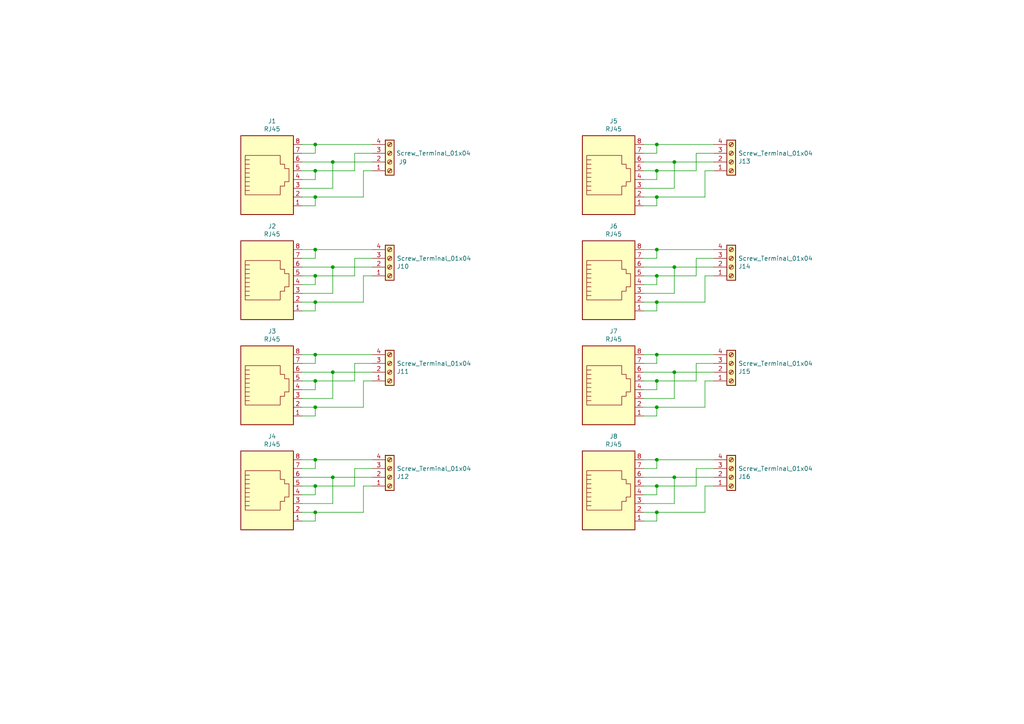
<source format=kicad_sch>
(kicad_sch (version 20231120) (generator "eeschema") (generator_version "8.0")
  (paper "A4")
  (lib_symbols
    (symbol "Connector:RJ45" (pin_names (offset 1.016))
      (property "Reference" "J" (at -5.08 13.97 0))
      (property "Value" "RJ45" (at 2.54 13.97 0))
      (symbol "RJ45_0_1"
        (polyline (pts (xy -5.08 4.445) (xy -6.35 4.445)))
        (polyline (pts (xy -5.08 5.715) (xy -6.35 5.715)))
        (polyline (pts (xy -6.35 -3.175) (xy -5.08 -3.175) (xy -5.08 -3.175)))
        (polyline (pts (xy -6.35 -1.905) (xy -5.08 -1.905) (xy -5.08 -1.905)))
        (polyline (pts (xy -6.35 -0.635) (xy -5.08 -0.635) (xy -5.08 -0.635)))
        (polyline (pts (xy -6.35 0.635) (xy -5.08 0.635) (xy -5.08 0.635)))
        (polyline (pts (xy -6.35 1.905) (xy -5.08 1.905) (xy -5.08 1.905)))
        (polyline (pts (xy -5.08 3.175) (xy -6.35 3.175) (xy -6.35 3.175)))
        (polyline (pts (xy -6.35 -4.445) (xy -6.35 6.985) (xy 3.81 6.985) (xy 3.81 4.445) (xy 5.08 4.445) (xy 5.08 3.175) (xy 6.35 3.175) (xy 6.35 -0.635) (xy 5.08 -0.635) (xy 5.08 -1.905) (xy 3.81 -1.905) (xy 3.81 -4.445) (xy -6.35 -4.445) (xy -6.35 -4.445)))
        (rectangle (start 7.62 12.7) (end -7.62 -10.16) (stroke (width 0.254)) (fill (type background)))
      )
      (symbol "RJ45_1_1"
        (pin passive line (at 10.16 -7.62 180) (length 2.54) (name "~") (number "1"))
        (pin passive line (at 10.16 -5.08 180) (length 2.54) (name "~") (number "2"))
        (pin passive line (at 10.16 -2.54 180) (length 2.54) (name "~") (number "3"))
        (pin passive line (at 10.16 0 180) (length 2.54) (name "~") (number "4"))
        (pin passive line (at 10.16 2.54 180) (length 2.54) (name "~") (number "5"))
        (pin passive line (at 10.16 5.08 180) (length 2.54) (name "~") (number "6"))
        (pin passive line (at 10.16 7.62 180) (length 2.54) (name "~") (number "7"))
        (pin passive line (at 10.16 10.16 180) (length 2.54) (name "~") (number "8"))
      )
    )
    (symbol "Connector:Screw_Terminal_01x04" (pin_names (offset 1.016) hide)
      (property "Reference" "J" (at 0 5.08 0))
      (property "Value" "Screw_Terminal_01x04" (at 0 -7.62 0))
      (symbol "Screw_Terminal_01x04_1_1"
        (rectangle (start -1.27 3.81) (end 1.27 -6.35) (stroke (width 0.254)) (fill (type background)))
        (circle (center 0 -5.08) (radius 0.635) (stroke (width 0.1524)))
        (circle (center 0 -2.54) (radius 0.635) (stroke (width 0.1524)))
        (polyline (pts (xy -0.5334 -4.7498) (xy 0.3302 -5.588)) (stroke (width 0.1524)))
        (polyline (pts (xy -0.5334 -2.2098) (xy 0.3302 -3.048)) (stroke (width 0.1524)))
        (polyline (pts (xy -0.5334 0.3302) (xy 0.3302 -0.508)) (stroke (width 0.1524)))
        (polyline (pts (xy -0.5334 2.8702) (xy 0.3302 2.032)) (stroke (width 0.1524)))
        (polyline (pts (xy -0.3556 -4.572) (xy 0.508 -5.4102)) (stroke (width 0.1524)))
        (polyline (pts (xy -0.3556 -2.032) (xy 0.508 -2.8702)) (stroke (width 0.1524)))
        (polyline (pts (xy -0.3556 0.508) (xy 0.508 -0.3302)) (stroke (width 0.1524)))
        (polyline (pts (xy -0.3556 3.048) (xy 0.508 2.2098)) (stroke (width 0.1524)))
        (circle (center 0 0) (radius 0.635) (stroke (width 0.1524)))
        (circle (center 0 2.54) (radius 0.635) (stroke (width 0.1524)))
        (pin passive line (at -5.08 2.54 0) (length 3.81) (name "Pin_1") (number "1"))
        (pin passive line (at -5.08 0 0) (length 3.81) (name "Pin_2") (number "2"))
        (pin passive line (at -5.08 -2.54 0) (length 3.81) (name "Pin_3") (number "3"))
        (pin passive line (at -5.08 -5.08 0) (length 3.81) (name "Pin_4") (number "4"))
      )
    )
  )
  (junction (at 190.5 133.35))
  (junction (at 190.5 57.15))
  (junction (at 91.44 87.63))
  (junction (at 195.58 107.95))
  (junction (at 190.5 140.97))
  (junction (at 91.44 49.53))
  (junction (at 91.44 148.59))
  (junction (at 96.52 77.47))
  (junction (at 96.52 46.99))
  (junction (at 190.5 80.01))
  (junction (at 91.44 57.15))
  (junction (at 91.44 41.91))
  (junction (at 195.58 46.99))
  (junction (at 195.58 77.47))
  (junction (at 91.44 118.11))
  (junction (at 91.44 72.39))
  (junction (at 190.5 110.49))
  (junction (at 190.5 118.11))
  (junction (at 91.44 102.87))
  (junction (at 91.44 133.35))
  (junction (at 91.44 80.01))
  (junction (at 190.5 72.39))
  (junction (at 190.5 49.53))
  (junction (at 91.44 110.49))
  (junction (at 190.5 102.87))
  (junction (at 190.5 87.63))
  (junction (at 91.44 140.97))
  (junction (at 195.58 138.43))
  (junction (at 190.5 148.59))
  (junction (at 96.52 138.43))
  (junction (at 96.52 107.95))
  (junction (at 190.5 41.91))
  (wire (pts (xy 87.63 52.07) (xy 91.44 52.07)))
  (wire (pts (xy 190.5 113.03) (xy 190.5 110.49)))
  (wire (pts (xy 201.93 44.45) (xy 207.01 44.45)))
  (wire (pts (xy 201.93 74.93) (xy 207.01 74.93)))
  (wire (pts (xy 91.44 57.15) (xy 105.41 57.15)))
  (wire (pts (xy 87.63 140.97) (xy 91.44 140.97)))
  (wire (pts (xy 87.63 135.89) (xy 91.44 135.89)))
  (wire (pts (xy 186.69 41.91) (xy 190.5 41.91)))
  (wire (pts (xy 91.44 74.93) (xy 91.44 72.39)))
  (wire (pts (xy 105.41 80.01) (xy 107.95 80.01)))
  (wire (pts (xy 186.69 135.89) (xy 190.5 135.89)))
  (wire (pts (xy 87.63 85.09) (xy 96.52 85.09)))
  (wire (pts (xy 87.63 74.93) (xy 91.44 74.93)))
  (wire (pts (xy 96.52 54.61) (xy 96.52 46.99)))
  (wire (pts (xy 186.69 102.87) (xy 190.5 102.87)))
  (wire (pts (xy 87.63 54.61) (xy 96.52 54.61)))
  (wire (pts (xy 87.63 82.55) (xy 91.44 82.55)))
  (wire (pts (xy 102.87 140.97) (xy 102.87 135.89)))
  (wire (pts (xy 87.63 105.41) (xy 91.44 105.41)))
  (wire (pts (xy 190.5 143.51) (xy 190.5 140.97)))
  (wire (pts (xy 186.69 110.49) (xy 190.5 110.49)))
  (wire (pts (xy 105.41 110.49) (xy 107.95 110.49)))
  (wire (pts (xy 186.69 77.47) (xy 195.58 77.47)))
  (wire (pts (xy 91.44 110.49) (xy 102.87 110.49)))
  (wire (pts (xy 96.52 85.09) (xy 96.52 77.47)))
  (wire (pts (xy 186.69 133.35) (xy 190.5 133.35)))
  (wire (pts (xy 91.44 57.15) (xy 87.63 57.15)))
  (wire (pts (xy 201.93 80.01) (xy 201.93 74.93)))
  (wire (pts (xy 87.63 115.57) (xy 96.52 115.57)))
  (wire (pts (xy 87.63 80.01) (xy 91.44 80.01)))
  (wire (pts (xy 105.41 57.15) (xy 105.41 49.53)))
  (wire (pts (xy 186.69 82.55) (xy 190.5 82.55)))
  (wire (pts (xy 87.63 146.05) (xy 96.52 146.05)))
  (wire (pts (xy 190.5 135.89) (xy 190.5 133.35)))
  (wire (pts (xy 190.5 151.13) (xy 190.5 148.59)))
  (wire (pts (xy 96.52 46.99) (xy 87.63 46.99)))
  (wire (pts (xy 186.69 57.15) (xy 190.5 57.15)))
  (wire (pts (xy 201.93 105.41) (xy 207.01 105.41)))
  (wire (pts (xy 102.87 110.49) (xy 102.87 105.41)))
  (wire (pts (xy 204.47 140.97) (xy 207.01 140.97)))
  (wire (pts (xy 186.69 87.63) (xy 190.5 87.63)))
  (wire (pts (xy 195.58 77.47) (xy 207.01 77.47)))
  (wire (pts (xy 186.69 52.07) (xy 190.5 52.07)))
  (wire (pts (xy 96.52 146.05) (xy 96.52 138.43)))
  (wire (pts (xy 91.44 49.53) (xy 102.87 49.53)))
  (wire (pts (xy 91.44 118.11) (xy 105.41 118.11)))
  (wire (pts (xy 105.41 148.59) (xy 105.41 140.97)))
  (wire (pts (xy 204.47 49.53) (xy 207.01 49.53)))
  (wire (pts (xy 87.63 77.47) (xy 96.52 77.47)))
  (wire (pts (xy 201.93 140.97) (xy 201.93 135.89)))
  (wire (pts (xy 87.63 44.45) (xy 91.44 44.45)))
  (wire (pts (xy 102.87 49.53) (xy 102.87 44.45)))
  (wire (pts (xy 195.58 54.61) (xy 195.58 46.99)))
  (wire (pts (xy 91.44 151.13) (xy 91.44 148.59)))
  (wire (pts (xy 195.58 138.43) (xy 207.01 138.43)))
  (wire (pts (xy 91.44 148.59) (xy 105.41 148.59)))
  (wire (pts (xy 186.69 49.53) (xy 190.5 49.53)))
  (wire (pts (xy 87.63 107.95) (xy 96.52 107.95)))
  (wire (pts (xy 190.5 80.01) (xy 201.93 80.01)))
  (wire (pts (xy 87.63 151.13) (xy 91.44 151.13)))
  (wire (pts (xy 186.69 113.03) (xy 190.5 113.03)))
  (wire (pts (xy 91.44 135.89) (xy 91.44 133.35)))
  (wire (pts (xy 87.63 113.03) (xy 91.44 113.03)))
  (wire (pts (xy 190.5 105.41) (xy 190.5 102.87)))
  (wire (pts (xy 195.58 46.99) (xy 207.01 46.99)))
  (wire (pts (xy 96.52 115.57) (xy 96.52 107.95)))
  (wire (pts (xy 204.47 57.15) (xy 204.47 49.53)))
  (wire (pts (xy 91.44 52.07) (xy 91.44 49.53)))
  (wire (pts (xy 186.69 115.57) (xy 195.58 115.57)))
  (wire (pts (xy 186.69 138.43) (xy 195.58 138.43)))
  (wire (pts (xy 87.63 90.17) (xy 91.44 90.17)))
  (wire (pts (xy 186.69 146.05) (xy 195.58 146.05)))
  (wire (pts (xy 91.44 41.91) (xy 87.63 41.91)))
  (wire (pts (xy 87.63 72.39) (xy 91.44 72.39)))
  (wire (pts (xy 105.41 49.53) (xy 107.95 49.53)))
  (wire (pts (xy 186.69 140.97) (xy 190.5 140.97)))
  (wire (pts (xy 204.47 80.01) (xy 207.01 80.01)))
  (wire (pts (xy 186.69 148.59) (xy 190.5 148.59)))
  (wire (pts (xy 190.5 72.39) (xy 207.01 72.39)))
  (wire (pts (xy 186.69 85.09) (xy 195.58 85.09)))
  (wire (pts (xy 190.5 133.35) (xy 207.01 133.35)))
  (wire (pts (xy 186.69 120.65) (xy 190.5 120.65)))
  (wire (pts (xy 190.5 49.53) (xy 201.93 49.53)))
  (wire (pts (xy 96.52 138.43) (xy 107.95 138.43)))
  (wire (pts (xy 190.5 74.93) (xy 190.5 72.39)))
  (wire (pts (xy 190.5 57.15) (xy 204.47 57.15)))
  (wire (pts (xy 91.44 90.17) (xy 91.44 87.63)))
  (wire (pts (xy 91.44 87.63) (xy 105.41 87.63)))
  (wire (pts (xy 190.5 44.45) (xy 190.5 41.91)))
  (wire (pts (xy 190.5 110.49) (xy 201.93 110.49)))
  (wire (pts (xy 91.44 102.87) (xy 107.95 102.87)))
  (wire (pts (xy 87.63 143.51) (xy 91.44 143.51)))
  (wire (pts (xy 87.63 59.69) (xy 91.44 59.69)))
  (wire (pts (xy 186.69 80.01) (xy 190.5 80.01)))
  (wire (pts (xy 87.63 133.35) (xy 91.44 133.35)))
  (wire (pts (xy 87.63 148.59) (xy 91.44 148.59)))
  (wire (pts (xy 190.5 59.69) (xy 190.5 57.15)))
  (wire (pts (xy 91.44 72.39) (xy 107.95 72.39)))
  (wire (pts (xy 91.44 140.97) (xy 102.87 140.97)))
  (wire (pts (xy 102.87 80.01) (xy 102.87 74.93)))
  (wire (pts (xy 91.44 49.53) (xy 87.63 49.53)))
  (wire (pts (xy 186.69 118.11) (xy 190.5 118.11)))
  (wire (pts (xy 190.5 148.59) (xy 204.47 148.59)))
  (wire (pts (xy 190.5 41.91) (xy 207.01 41.91)))
  (wire (pts (xy 195.58 115.57) (xy 195.58 107.95)))
  (wire (pts (xy 91.44 143.51) (xy 91.44 140.97)))
  (wire (pts (xy 87.63 102.87) (xy 91.44 102.87)))
  (wire (pts (xy 190.5 140.97) (xy 201.93 140.97)))
  (wire (pts (xy 201.93 49.53) (xy 201.93 44.45)))
  (wire (pts (xy 105.41 140.97) (xy 107.95 140.97)))
  (wire (pts (xy 190.5 90.17) (xy 190.5 87.63)))
  (wire (pts (xy 96.52 77.47) (xy 107.95 77.47)))
  (wire (pts (xy 190.5 82.55) (xy 190.5 80.01)))
  (wire (pts (xy 91.44 113.03) (xy 91.44 110.49)))
  (wire (pts (xy 190.5 52.07) (xy 190.5 49.53)))
  (wire (pts (xy 91.44 80.01) (xy 102.87 80.01)))
  (wire (pts (xy 91.44 120.65) (xy 91.44 118.11)))
  (wire (pts (xy 195.58 146.05) (xy 195.58 138.43)))
  (wire (pts (xy 91.44 59.69) (xy 91.44 57.15)))
  (wire (pts (xy 91.44 133.35) (xy 107.95 133.35)))
  (wire (pts (xy 201.93 135.89) (xy 207.01 135.89)))
  (wire (pts (xy 87.63 120.65) (xy 91.44 120.65)))
  (wire (pts (xy 91.44 41.91) (xy 107.95 41.91)))
  (wire (pts (xy 186.69 107.95) (xy 195.58 107.95)))
  (wire (pts (xy 204.47 148.59) (xy 204.47 140.97)))
  (wire (pts (xy 102.87 44.45) (xy 107.95 44.45)))
  (wire (pts (xy 105.41 118.11) (xy 105.41 110.49)))
  (wire (pts (xy 186.69 72.39) (xy 190.5 72.39)))
  (wire (pts (xy 91.44 44.45) (xy 91.44 41.91)))
  (wire (pts (xy 190.5 120.65) (xy 190.5 118.11)))
  (wire (pts (xy 204.47 110.49) (xy 207.01 110.49)))
  (wire (pts (xy 204.47 87.63) (xy 204.47 80.01)))
  (wire (pts (xy 186.69 46.99) (xy 195.58 46.99)))
  (wire (pts (xy 195.58 85.09) (xy 195.58 77.47)))
  (wire (pts (xy 195.58 107.95) (xy 207.01 107.95)))
  (wire (pts (xy 96.52 46.99) (xy 107.95 46.99)))
  (wire (pts (xy 186.69 143.51) (xy 190.5 143.51)))
  (wire (pts (xy 190.5 87.63) (xy 204.47 87.63)))
  (wire (pts (xy 87.63 138.43) (xy 96.52 138.43)))
  (wire (pts (xy 186.69 74.93) (xy 190.5 74.93)))
  (wire (pts (xy 87.63 110.49) (xy 91.44 110.49)))
  (wire (pts (xy 102.87 74.93) (xy 107.95 74.93)))
  (wire (pts (xy 186.69 90.17) (xy 190.5 90.17)))
  (wire (pts (xy 190.5 118.11) (xy 204.47 118.11)))
  (wire (pts (xy 87.63 118.11) (xy 91.44 118.11)))
  (wire (pts (xy 201.93 110.49) (xy 201.93 105.41)))
  (wire (pts (xy 102.87 105.41) (xy 107.95 105.41)))
  (wire (pts (xy 91.44 82.55) (xy 91.44 80.01)))
  (wire (pts (xy 96.52 107.95) (xy 107.95 107.95)))
  (wire (pts (xy 186.69 105.41) (xy 190.5 105.41)))
  (wire (pts (xy 91.44 105.41) (xy 91.44 102.87)))
  (wire (pts (xy 186.69 59.69) (xy 190.5 59.69)))
  (wire (pts (xy 87.63 87.63) (xy 91.44 87.63)))
  (wire (pts (xy 186.69 151.13) (xy 190.5 151.13)))
  (wire (pts (xy 204.47 118.11) (xy 204.47 110.49)))
  (wire (pts (xy 186.69 54.61) (xy 195.58 54.61)))
  (wire (pts (xy 105.41 87.63) (xy 105.41 80.01)))
  (wire (pts (xy 102.87 135.89) (xy 107.95 135.89)))
  (wire (pts (xy 190.5 102.87) (xy 207.01 102.87)))
  (wire (pts (xy 186.69 44.45) (xy 190.5 44.45)))
  (symbol (lib_id "Connector:Screw_Terminal_01x04") (at 113.03 46.99 0) (mirror x) (unit 1)
    (property "Reference" "J9" (at 116.84 46.99 0))
    (property "Value" "Screw_Terminal_01x04" (at 125.73 44.45 0))
    (property "Footprint" "Tales:TerminalBlock_Phoenix_MKDS-3-4-5.08_1x04_P5.08mm_Horizontal" (effects (hide yes)))
    (property "Mfr" "Metaltex" (effects (hide yes)))
    (property "Mfr PN" "2x BR902V" (effects (hide yes)))
    (property "Vendor" "Eletropecas" (effects (hide yes)))
    (property "Vendor PN" "2x 29273" (effects (hide yes)))
  )
  (symbol (lib_id "Connector:Screw_Terminal_01x04") (at 113.03 77.47 0) (mirror x) (unit 1)
    (property "Reference" "J10" (at 115.062 77.2668 0) (effects (justify left)))
    (property "Value" "Screw_Terminal_01x04" (at 115.062 74.9554 0) (effects (justify left)))
    (property "Footprint" "Tales:TerminalBlock_Phoenix_MKDS-3-4-5.08_1x04_P5.08mm_Horizontal" (effects (hide yes)))
    (property "Mfr" "Metaltex" (effects (hide yes)))
    (property "Mfr PN" "2x BR902V" (effects (hide yes)))
    (property "Vendor" "Eletropecas" (effects (hide yes)))
    (property "Vendor PN" "2x 29273" (effects (hide yes)))
  )
  (symbol (lib_id "Connector:Screw_Terminal_01x04") (at 113.03 107.95 0) (mirror x) (unit 1)
    (property "Reference" "J11" (at 115.062 107.7468 0) (effects (justify left)))
    (property "Value" "Screw_Terminal_01x04" (at 115.062 105.4354 0) (effects (justify left)))
    (property "Footprint" "Tales:TerminalBlock_Phoenix_MKDS-3-4-5.08_1x04_P5.08mm_Horizontal" (effects (hide yes)))
    (property "Mfr" "Metaltex" (effects (hide yes)))
    (property "Mfr PN" "2x BR902V" (effects (hide yes)))
    (property "Vendor" "Eletropecas" (effects (hide yes)))
    (property "Vendor PN" "2x 29273" (effects (hide yes)))
  )
  (symbol (lib_id "Connector:Screw_Terminal_01x04") (at 113.03 138.43 0) (mirror x) (unit 1)
    (property "Reference" "J12" (at 115.062 138.2268 0) (effects (justify left)))
    (property "Value" "Screw_Terminal_01x04" (at 115.062 135.9154 0) (effects (justify left)))
    (property "Footprint" "Tales:TerminalBlock_Phoenix_MKDS-3-4-5.08_1x04_P5.08mm_Horizontal" (effects (hide yes)))
    (property "Mfr" "Metaltex" (effects (hide yes)))
    (property "Mfr PN" "2x BR902V" (effects (hide yes)))
    (property "Vendor" "Eletropecas" (effects (hide yes)))
    (property "Vendor PN" "2x 29273" (effects (hide yes)))
  )
  (symbol (lib_id "Connector:Screw_Terminal_01x04") (at 212.09 46.99 0) (mirror x) (unit 1)
    (property "Reference" "J13" (at 214.122 46.7868 0) (effects (justify left)))
    (property "Value" "Screw_Terminal_01x04" (at 214.122 44.4754 0) (effects (justify left)))
    (property "Footprint" "Tales:TerminalBlock_Phoenix_MKDS-3-4-5.08_1x04_P5.08mm_Horizontal" (effects (hide yes)))
    (property "Mfr" "Metaltex" (effects (hide yes)))
    (property "Mfr PN" "2x BR902V" (effects (hide yes)))
    (property "Vendor" "Eletropecas" (effects (hide yes)))
    (property "Vendor PN" "2x 29273" (effects (hide yes)))
  )
  (symbol (lib_id "Connector:Screw_Terminal_01x04") (at 212.09 77.47 0) (mirror x) (unit 1)
    (property "Reference" "J14" (at 214.122 77.2668 0) (effects (justify left)))
    (property "Value" "Screw_Terminal_01x04" (at 214.122 74.9554 0) (effects (justify left)))
    (property "Footprint" "Tales:TerminalBlock_Phoenix_MKDS-3-4-5.08_1x04_P5.08mm_Horizontal" (effects (hide yes)))
    (property "Mfr" "Metaltex" (effects (hide yes)))
    (property "Mfr PN" "2x BR902V" (effects (hide yes)))
    (property "Vendor" "Eletropecas" (effects (hide yes)))
    (property "Vendor PN" "2x 29273" (effects (hide yes)))
  )
  (symbol (lib_id "Connector:Screw_Terminal_01x04") (at 212.09 107.95 0) (mirror x) (unit 1)
    (property "Reference" "J15" (at 214.122 107.7468 0) (effects (justify left)))
    (property "Value" "Screw_Terminal_01x04" (at 214.122 105.4354 0) (effects (justify left)))
    (property "Footprint" "Tales:TerminalBlock_Phoenix_MKDS-3-4-5.08_1x04_P5.08mm_Horizontal" (effects (hide yes)))
    (property "Mfr" "Metaltex" (effects (hide yes)))
    (property "Mfr PN" "2x BR902V" (effects (hide yes)))
    (property "Vendor" "Eletropecas" (effects (hide yes)))
    (property "Vendor PN" "2x 29273" (effects (hide yes)))
  )
  (symbol (lib_id "Connector:Screw_Terminal_01x04") (at 212.09 138.43 0) (mirror x) (unit 1)
    (property "Reference" "J16" (at 214.122 138.2268 0) (effects (justify left)))
    (property "Value" "Screw_Terminal_01x04" (at 214.122 135.9154 0) (effects (justify left)))
    (property "Footprint" "Tales:TerminalBlock_Phoenix_MKDS-3-4-5.08_1x04_P5.08mm_Horizontal" (effects (hide yes)))
    (property "Mfr" "Metaltex" (effects (hide yes)))
    (property "Mfr PN" "2x BR902V" (effects (hide yes)))
    (property "Vendor" "Eletropecas" (effects (hide yes)))
    (property "Vendor PN" "2x 29273" (effects (hide yes)))
  )
  (symbol (lib_id "Connector:RJ45") (at 77.47 143.51 0) (unit 1)
    (property "Reference" "J4" (at 78.9178 126.5682 0))
    (property "Value" "RJ45" (at 78.9178 128.8796 0))
    (property "Footprint" "Tales:RJ45_Amphenol_RJHSE5080" (effects (hide yes)))
    (property "Description" "RJ connector, 8P8C (8 positions 8 connected)" (effects (hide yes)))
    (property "Mfr" "Amphenol" (effects (hide yes)))
    (property "Mfr PN" "RJHSE-5080" (effects (hide yes)))
    (property "Vendor" "Mouser" (effects (hide yes)))
    (property "Vendor PN" "523-RJHSE-5080" (effects (hide yes)))
  )
  (symbol (lib_id "Connector:RJ45") (at 77.47 113.03 0) (unit 1)
    (property "Reference" "J3" (at 78.9178 96.0882 0))
    (property "Value" "RJ45" (at 78.9178 98.3996 0))
    (property "Footprint" "Tales:RJ45_Amphenol_RJHSE5080" (effects (hide yes)))
    (property "Description" "RJ connector, 8P8C (8 positions 8 connected)" (effects (hide yes)))
    (property "Mfr" "Amphenol" (effects (hide yes)))
    (property "Mfr PN" "RJHSE-5080" (effects (hide yes)))
    (property "Vendor" "Mouser" (effects (hide yes)))
    (property "Vendor PN" "523-RJHSE-5080" (effects (hide yes)))
  )
  (symbol (lib_id "Connector:RJ45") (at 77.47 82.55 0) (unit 1)
    (property "Reference" "J2" (at 78.9178 65.6082 0))
    (property "Value" "RJ45" (at 78.9178 67.9196 0))
    (property "Footprint" "Tales:RJ45_Amphenol_RJHSE5080" (effects (hide yes)))
    (property "Description" "RJ connector, 8P8C (8 positions 8 connected)" (effects (hide yes)))
    (property "Mfr" "Amphenol" (effects (hide yes)))
    (property "Mfr PN" "RJHSE-5080" (effects (hide yes)))
    (property "Vendor" "Mouser" (effects (hide yes)))
    (property "Vendor PN" "523-RJHSE-5080" (effects (hide yes)))
  )
  (symbol (lib_id "Connector:RJ45") (at 77.47 52.07 0) (unit 1)
    (property "Reference" "J1" (at 78.9178 35.1282 0))
    (property "Value" "RJ45" (at 78.9178 37.4396 0))
    (property "Footprint" "Tales:RJ45_Amphenol_RJHSE5080" (effects (hide yes)))
    (property "Description" "RJ connector, 8P8C (8 positions 8 connected)" (effects (hide yes)))
    (property "Mfr" "Amphenol" (effects (hide yes)))
    (property "Mfr PN" "RJHSE-5080" (effects (hide yes)))
    (property "Vendor" "Mouser" (effects (hide yes)))
    (property "Vendor PN" "523-RJHSE-5080" (effects (hide yes)))
  )
  (symbol (lib_id "Connector:RJ45") (at 176.53 143.51 0) (unit 1)
    (property "Reference" "J8" (at 177.9778 126.5682 0))
    (property "Value" "RJ45" (at 177.9778 128.8796 0))
    (property "Footprint" "Tales:RJ45_Amphenol_RJHSE5080" (effects (hide yes)))
    (property "Description" "RJ connector, 8P8C (8 positions 8 connected)" (effects (hide yes)))
    (property "Mfr" "Amphenol" (effects (hide yes)))
    (property "Mfr PN" "RJHSE-5080" (effects (hide yes)))
    (property "Vendor" "Mouser" (effects (hide yes)))
    (property "Vendor PN" "523-RJHSE-5080" (effects (hide yes)))
  )
  (symbol (lib_id "Connector:RJ45") (at 176.53 113.03 0) (unit 1)
    (property "Reference" "J7" (at 177.9778 96.0882 0))
    (property "Value" "RJ45" (at 177.9778 98.3996 0))
    (property "Footprint" "Tales:RJ45_Amphenol_RJHSE5080" (effects (hide yes)))
    (property "Description" "RJ connector, 8P8C (8 positions 8 connected)" (effects (hide yes)))
    (property "Mfr" "Amphenol" (effects (hide yes)))
    (property "Mfr PN" "RJHSE-5080" (effects (hide yes)))
    (property "Vendor" "Mouser" (effects (hide yes)))
    (property "Vendor PN" "523-RJHSE-5080" (effects (hide yes)))
  )
  (symbol (lib_id "Connector:RJ45") (at 176.53 82.55 0) (unit 1)
    (property "Reference" "J6" (at 177.9778 65.6082 0))
    (property "Value" "RJ45" (at 177.9778 67.9196 0))
    (property "Footprint" "Tales:RJ45_Amphenol_RJHSE5080" (effects (hide yes)))
    (property "Description" "RJ connector, 8P8C (8 positions 8 connected)" (effects (hide yes)))
    (property "Mfr" "Amphenol" (effects (hide yes)))
    (property "Mfr PN" "RJHSE-5080" (effects (hide yes)))
    (property "Vendor" "Mouser" (effects (hide yes)))
    (property "Vendor PN" "523-RJHSE-5080" (effects (hide yes)))
  )
  (symbol (lib_id "Connector:RJ45") (at 176.53 52.07 0) (unit 1)
    (property "Reference" "J5" (at 177.9778 35.1282 0))
    (property "Value" "RJ45" (at 177.9778 37.4396 0))
    (property "Footprint" "Tales:RJ45_Amphenol_RJHSE5080" (effects (hide yes)))
    (property "Description" "RJ connector, 8P8C (8 positions 8 connected)" (effects (hide yes)))
    (property "Mfr" "Amphenol" (effects (hide yes)))
    (property "Mfr PN" "RJHSE-5080" (effects (hide yes)))
    (property "Vendor" "Mouser" (effects (hide yes)))
    (property "Vendor PN" "523-RJHSE-5080" (effects (hide yes)))
  )
)
</source>
